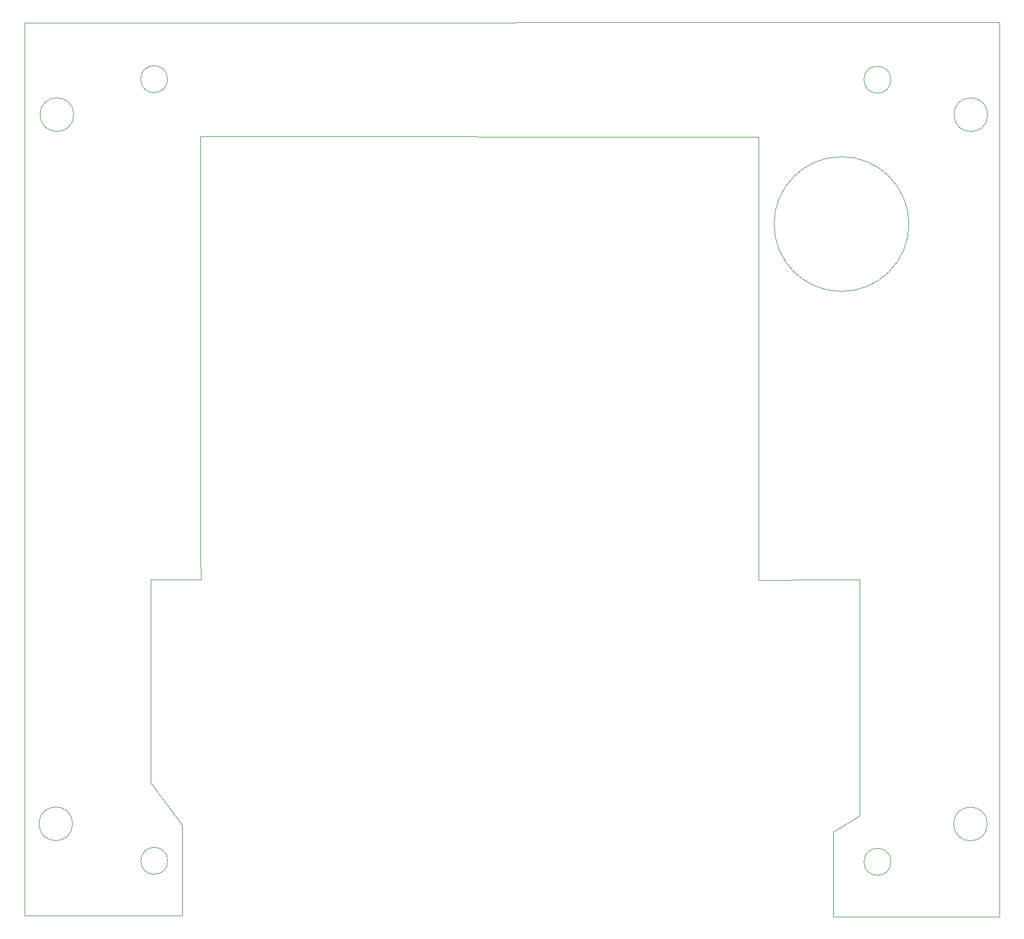
<source format=gm1>
%TF.GenerationSoftware,KiCad,Pcbnew,9.0.4*%
%TF.CreationDate,2025-08-28T03:03:01-06:00*%
%TF.ProjectId,ARC-210-Master-Board_V2.0,4152432d-3231-4302-9d4d-61737465722d,rev?*%
%TF.SameCoordinates,Original*%
%TF.FileFunction,Profile,NP*%
%FSLAX46Y46*%
G04 Gerber Fmt 4.6, Leading zero omitted, Abs format (unit mm)*
G04 Created by KiCad (PCBNEW 9.0.4) date 2025-08-28 03:03:01*
%MOMM*%
%LPD*%
G01*
G04 APERTURE LIST*
%TA.AperFunction,Profile*%
%ADD10C,0.050000*%
%TD*%
%TA.AperFunction,Profile*%
%ADD11C,0.100000*%
%TD*%
G04 APERTURE END LIST*
D10*
X201450000Y-36345000D02*
G75*
G02*
X197450000Y-36345000I-2000000J0D01*
G01*
X197450000Y-36345000D02*
G75*
G02*
X201450000Y-36345000I2000000J0D01*
G01*
X80240000Y-41530000D02*
G75*
G02*
X75240000Y-41530000I-2500000J0D01*
G01*
X75240000Y-41530000D02*
G75*
G02*
X80240000Y-41530000I2500000J0D01*
G01*
X196780041Y-110570000D02*
X196780041Y-145570000D01*
X91665000Y-131870000D02*
X91665000Y-110570000D01*
X72950000Y-27870000D02*
X72950000Y-160445000D01*
D11*
X204125000Y-57775000D02*
G75*
G02*
X184125000Y-57775000I-10000000J0D01*
G01*
X184125000Y-57775000D02*
G75*
G02*
X204125000Y-57775000I10000000J0D01*
G01*
D10*
X215760000Y-146810000D02*
G75*
G02*
X210760000Y-146810000I-2500000J0D01*
G01*
X210760000Y-146810000D02*
G75*
G02*
X215760000Y-146810000I2500000J0D01*
G01*
X99065000Y-44795000D02*
X181865000Y-44870000D01*
X201460000Y-152430000D02*
G75*
G02*
X197460000Y-152430000I-2000000J0D01*
G01*
X197460000Y-152430000D02*
G75*
G02*
X201460000Y-152430000I2000000J0D01*
G01*
X215810000Y-41540000D02*
G75*
G02*
X210810000Y-41540000I-2500000J0D01*
G01*
X210810000Y-41540000D02*
G75*
G02*
X215810000Y-41540000I2500000J0D01*
G01*
X217560000Y-160540000D02*
X192899988Y-160540000D01*
X80080000Y-146780000D02*
G75*
G02*
X75080000Y-146780000I-2500000J0D01*
G01*
X75080000Y-146780000D02*
G75*
G02*
X80080000Y-146780000I2500000J0D01*
G01*
X192899988Y-160540000D02*
X192900021Y-147999939D01*
X91665000Y-131870000D02*
X91665000Y-140645000D01*
X94190000Y-152280000D02*
G75*
G02*
X90190000Y-152280000I-2000000J0D01*
G01*
X90190000Y-152280000D02*
G75*
G02*
X94190000Y-152280000I2000000J0D01*
G01*
X99015000Y-106670000D02*
X99065000Y-44795000D01*
X196780041Y-145570000D02*
X192900021Y-147999939D01*
X181815000Y-110620000D02*
X181815000Y-106670000D01*
X96280000Y-146940000D02*
X96281915Y-160445000D01*
X72950000Y-160445000D02*
X96281915Y-160445000D01*
X99077545Y-110570000D02*
X99015000Y-106670000D01*
X72950000Y-27870000D02*
X217560000Y-27864986D01*
X99077545Y-110570000D02*
X91665000Y-110570000D01*
X94165000Y-36270000D02*
G75*
G02*
X90165000Y-36270000I-2000000J0D01*
G01*
X90165000Y-36270000D02*
G75*
G02*
X94165000Y-36270000I2000000J0D01*
G01*
X217560000Y-27864986D02*
X217560000Y-160540000D01*
X191940000Y-110570000D02*
X196780041Y-110570000D01*
X91665000Y-140645000D02*
X96280000Y-146940000D01*
X181865000Y-44870000D02*
X181815000Y-106670000D01*
X191940000Y-110570000D02*
X181815000Y-110620000D01*
M02*

</source>
